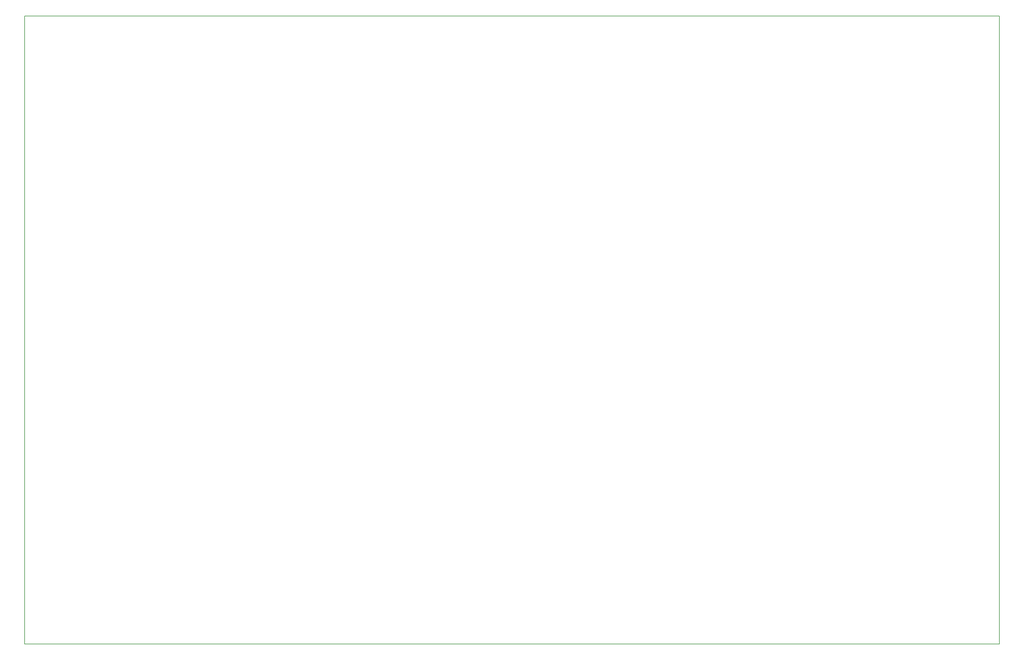
<source format=gbr>
%TF.GenerationSoftware,KiCad,Pcbnew,8.0.0*%
%TF.CreationDate,2024-03-30T18:44:18+01:00*%
%TF.ProjectId,schematic-main _ kopia,73636865-6d61-4746-9963-2d6d61696e20,rev?*%
%TF.SameCoordinates,Original*%
%TF.FileFunction,Profile,NP*%
%FSLAX46Y46*%
G04 Gerber Fmt 4.6, Leading zero omitted, Abs format (unit mm)*
G04 Created by KiCad (PCBNEW 8.0.0) date 2024-03-30 18:44:18*
%MOMM*%
%LPD*%
G01*
G04 APERTURE LIST*
%TA.AperFunction,Profile*%
%ADD10C,0.200000*%
%TD*%
G04 APERTURE END LIST*
D10*
X-97700000Y-15500000D02*
X190500000Y-15500000D01*
X190500000Y-201400000D01*
X-97700000Y-201400000D01*
X-97700000Y-15500000D01*
M02*

</source>
